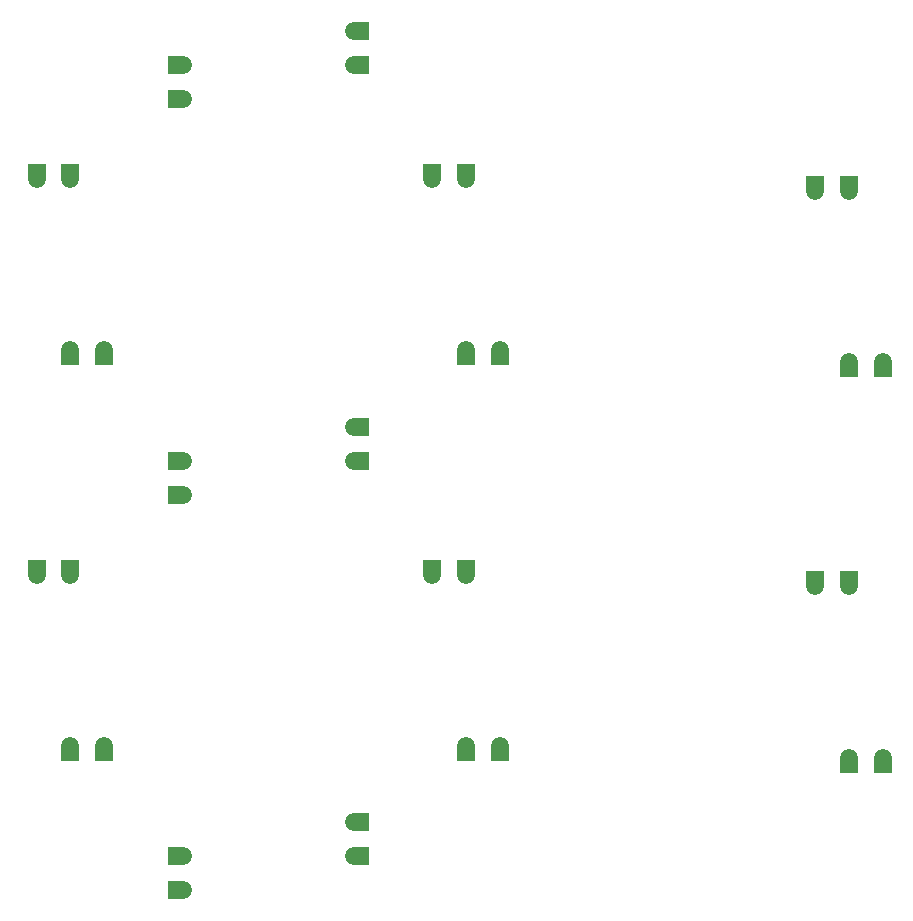
<source format=gtp>
%TF.GenerationSoftware,KiCad,Pcbnew,8.0.5*%
%TF.CreationDate,2025-06-19T13:46:46-07:00*%
%TF.ProjectId,clock,636c6f63-6b2e-46b6-9963-61645f706362,rev?*%
%TF.SameCoordinates,Original*%
%TF.FileFunction,Paste,Top*%
%TF.FilePolarity,Positive*%
%FSLAX46Y46*%
G04 Gerber Fmt 4.6, Leading zero omitted, Abs format (unit mm)*
G04 Created by KiCad (PCBNEW 8.0.5) date 2025-06-19 13:46:46*
%MOMM*%
%LPD*%
G01*
G04 APERTURE LIST*
G04 Aperture macros list*
%AMFreePoly0*
4,1,32,0.000019,0.750046,0.000046,0.750019,0.000050,0.750000,0.000050,0.749994,0.166891,0.731196,0.325413,0.675727,0.467617,0.586374,0.586374,0.467617,0.675727,0.325413,0.731196,0.166891,0.750000,0.000000,0.731196,-0.166891,0.675727,-0.325413,0.586374,-0.467617,0.467617,-0.586374,0.325413,-0.675727,0.166891,-0.731196,0.000050,-0.749994,0.000050,-0.750000,0.000046,-0.750019,
0.000019,-0.750046,0.000000,-0.750050,-1.250000,-0.750050,-1.250019,-0.750046,-1.250046,-0.750019,-1.250050,-0.750000,-1.250050,0.750000,-1.250046,0.750019,-1.250019,0.750046,-1.250000,0.750050,0.000000,0.750050,0.000019,0.750046,0.000019,0.750046,$1*%
G04 Aperture macros list end*
%ADD10FreePoly0,270.000000*%
%ADD11FreePoly0,90.000000*%
%ADD12FreePoly0,0.000000*%
%ADD13FreePoly0,180.000000*%
G04 APERTURE END LIST*
D10*
%TO.C,D5*%
X204070000Y-136050000D03*
D11*
X206945000Y-150550000D03*
X209820000Y-150550000D03*
D10*
X206945000Y-136050000D03*
%TD*%
D11*
%TO.C,D2*%
X176320000Y-184050000D03*
D10*
X173445000Y-169550000D03*
X170570000Y-169550000D03*
D11*
X173445000Y-184050000D03*
%TD*%
D12*
%TO.C,D4*%
X182950000Y-129280000D03*
D13*
X197450000Y-126405000D03*
X197450000Y-123530000D03*
D12*
X182950000Y-126405000D03*
%TD*%
%TO.C,D6*%
X182950000Y-162780000D03*
D13*
X197450000Y-159905000D03*
X197450000Y-157030000D03*
D12*
X182950000Y-159905000D03*
%TD*%
D10*
%TO.C,D7*%
X204070000Y-169550000D03*
D11*
X206945000Y-184050000D03*
X209820000Y-184050000D03*
D10*
X206945000Y-169550000D03*
%TD*%
D12*
%TO.C,D1*%
X182950000Y-196280000D03*
D13*
X197450000Y-193405000D03*
X197450000Y-190530000D03*
D12*
X182950000Y-193405000D03*
%TD*%
D11*
%TO.C,D3*%
X176320000Y-150550000D03*
D10*
X173445000Y-136050000D03*
X170570000Y-136050000D03*
D11*
X173445000Y-150550000D03*
%TD*%
%TO.C,D9*%
X242205000Y-151550000D03*
D10*
X239330000Y-137050000D03*
X236455000Y-137050000D03*
D11*
X239330000Y-151550000D03*
%TD*%
%TO.C,D8*%
X242215000Y-185050000D03*
D10*
X239340000Y-170550000D03*
X236465000Y-170550000D03*
D11*
X239340000Y-185050000D03*
%TD*%
M02*

</source>
